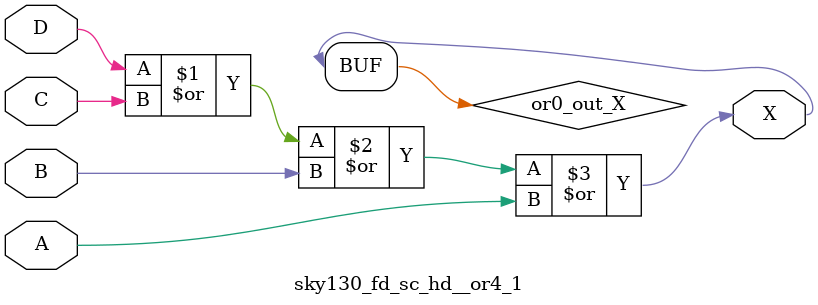
<source format=v>
/*
 * Copyright 2020 The SkyWater PDK Authors
 *
 * Licensed under the Apache License, Version 2.0 (the "License");
 * you may not use this file except in compliance with the License.
 * You may obtain a copy of the License at
 *
 *     https://www.apache.org/licenses/LICENSE-2.0
 *
 * Unless required by applicable law or agreed to in writing, software
 * distributed under the License is distributed on an "AS IS" BASIS,
 * WITHOUT WARRANTIES OR CONDITIONS OF ANY KIND, either express or implied.
 * See the License for the specific language governing permissions and
 * limitations under the License.
 *
 * SPDX-License-Identifier: Apache-2.0
*/


`ifndef SKY130_FD_SC_HD__OR4_1_FUNCTIONAL_V
`define SKY130_FD_SC_HD__OR4_1_FUNCTIONAL_V

/**
 * or4: 4-input OR.
 *
 * Verilog simulation functional model.
 */

`timescale 1ns / 1ps
`default_nettype none

`celldefine
module sky130_fd_sc_hd__or4_1 (
    X,
    A,
    B,
    C,
    D
);

    // Module ports
    output X;
    input  A;
    input  B;
    input  C;
    input  D;

    // Local signals
    wire or0_out_X;

    //  Name  Output     Other arguments
    or  or0  (or0_out_X, D, C, B, A     );
    buf buf0 (X        , or0_out_X      );

endmodule
`endcelldefine

`default_nettype wire
`endif  // SKY130_FD_SC_HD__OR4_1_FUNCTIONAL_V

</source>
